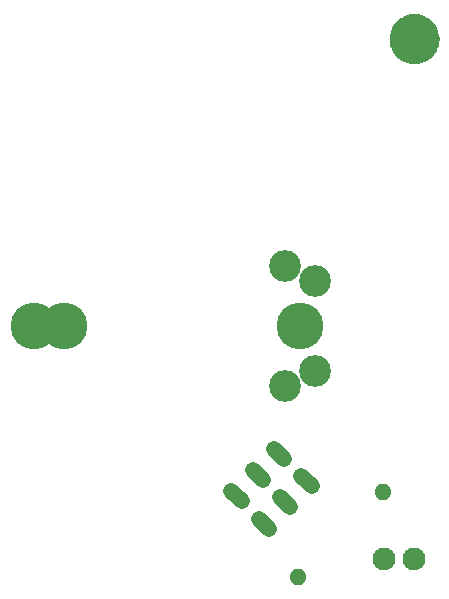
<source format=gbs>
G75*
G70*
%OFA0B0*%
%FSLAX24Y24*%
%IPPOS*%
%LPD*%
%AMOC8*
5,1,8,0,0,1.08239X$1,22.5*
%
%ADD10C,0.0847*%
%ADD11C,0.0160*%
%ADD12C,0.0760*%
%ADD13C,0.0108*%
%ADD14C,0.1060*%
%ADD15C,0.1560*%
%ADD16C,0.0535*%
D10*
X015190Y020436D03*
D11*
X014718Y021016D02*
X015662Y021016D01*
X015631Y021043D02*
X015721Y020966D01*
X015797Y020877D01*
X015859Y020776D01*
X015904Y020668D01*
X015931Y020553D01*
X015940Y020436D01*
X015931Y020319D01*
X015904Y020204D01*
X015859Y020095D01*
X015797Y019995D01*
X015721Y019906D01*
X014659Y019906D01*
X014660Y019906D02*
X014583Y019995D01*
X014522Y020095D01*
X014477Y020204D01*
X014449Y020319D01*
X014440Y020436D01*
X014449Y020553D01*
X014477Y020668D01*
X014522Y020776D01*
X014584Y020877D01*
X014660Y020966D01*
X014749Y021043D01*
X014850Y021104D01*
X014958Y021149D01*
X015073Y021177D01*
X015190Y021186D01*
X015308Y021177D01*
X015422Y021149D01*
X015531Y021104D01*
X015631Y021043D01*
X015809Y020858D02*
X014572Y020858D01*
X014490Y020699D02*
X015891Y020699D01*
X015932Y020540D02*
X014448Y020540D01*
X014445Y020382D02*
X015936Y020382D01*
X015908Y020223D02*
X014472Y020223D01*
X014541Y020065D02*
X015840Y020065D01*
X015721Y019906D02*
X015631Y019829D01*
X015531Y019768D01*
X015422Y019723D01*
X015308Y019695D01*
X015190Y019686D01*
X015073Y019695D01*
X014958Y019723D01*
X014850Y019768D01*
X014749Y019829D01*
X014660Y019906D01*
X014898Y019748D02*
X015483Y019748D01*
X015190Y019686D02*
X015190Y019686D01*
X015065Y021175D02*
X015316Y021175D01*
D12*
X015195Y003086D03*
X014195Y003086D03*
D13*
X014295Y005365D02*
X014349Y005419D01*
X014349Y005241D01*
X014223Y005115D01*
X014045Y005115D01*
X013919Y005241D01*
X013919Y005419D01*
X014045Y005545D01*
X014223Y005545D01*
X014349Y005419D01*
X014268Y005386D01*
X014268Y005274D01*
X014190Y005196D01*
X014078Y005196D01*
X014000Y005274D01*
X014000Y005386D01*
X014078Y005464D01*
X014190Y005464D01*
X014268Y005386D01*
X014187Y005352D01*
X014187Y005308D01*
X014156Y005277D01*
X014112Y005277D01*
X014081Y005308D01*
X014081Y005352D01*
X014112Y005383D01*
X014156Y005383D01*
X014187Y005352D01*
X011467Y002537D02*
X011521Y002591D01*
X011521Y002413D01*
X011395Y002287D01*
X011217Y002287D01*
X011091Y002413D01*
X011091Y002591D01*
X011217Y002717D01*
X011395Y002717D01*
X011521Y002591D01*
X011440Y002558D01*
X011440Y002446D01*
X011362Y002368D01*
X011250Y002368D01*
X011172Y002446D01*
X011172Y002558D01*
X011250Y002636D01*
X011362Y002636D01*
X011440Y002558D01*
X011359Y002524D01*
X011359Y002480D01*
X011328Y002449D01*
X011284Y002449D01*
X011253Y002480D01*
X011253Y002524D01*
X011284Y002555D01*
X011328Y002555D01*
X011359Y002524D01*
D14*
X010880Y008871D03*
X011880Y009371D03*
X011880Y012371D03*
X010880Y012871D03*
D15*
X002527Y010871D03*
X003527Y010871D03*
X011401Y010871D03*
D16*
X010520Y006770D02*
X010856Y006435D01*
X011439Y005851D02*
X011775Y005515D01*
X011068Y004808D02*
X010732Y005144D01*
X010149Y005728D02*
X009813Y006063D01*
X009106Y005356D02*
X009441Y005020D01*
X010025Y004437D02*
X010361Y004101D01*
M02*

</source>
